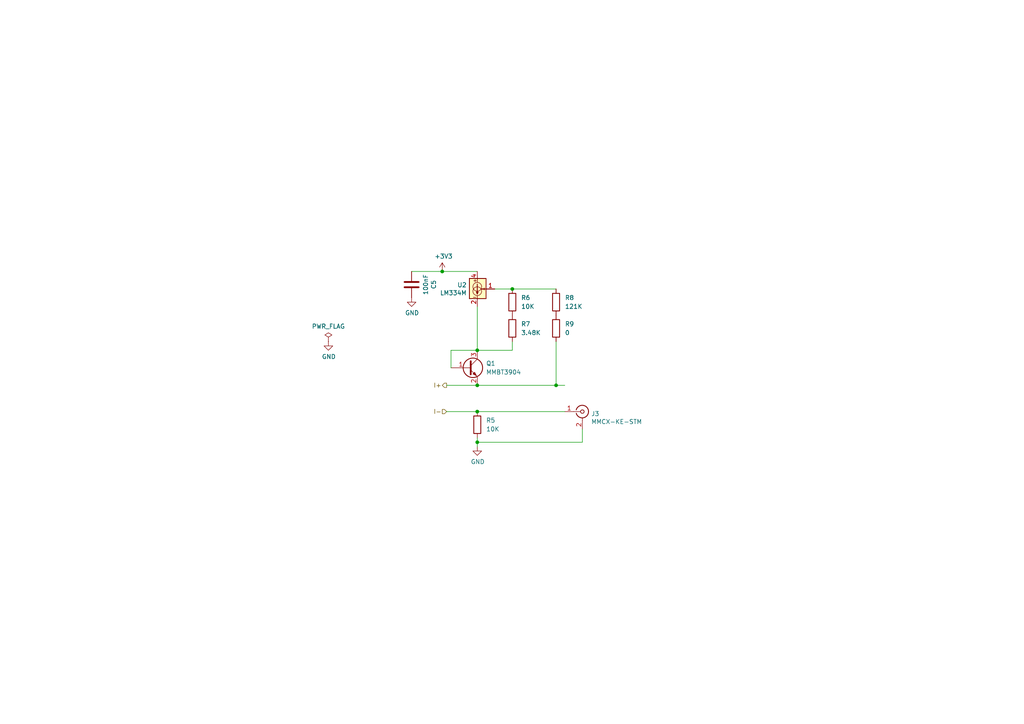
<source format=kicad_sch>
(kicad_sch (version 20211123) (generator eeschema)
  (paper "A4")
  (lib_symbols
    (symbol "0JLC-6:100nF" (pin_numbers hide) (pin_names (offset 0.254))
      (property "Reference" "C" (at 0.635 2.54 0))
      (property "Value" "100nF" (at 0.635 -2.54 0))
      (symbol "100nF_0_1"
        (polyline (pts (xy -2.032 -0.762) (xy 2.032 -0.762)) (stroke (width 0.508)))
        (polyline (pts (xy -2.032 0.762) (xy 2.032 0.762)) (stroke (width 0.508)))
      )
      (symbol "100nF_1_1"
        (pin passive line (at 0 3.81 270) (length 2.794) (name "~") (number "1"))
        (pin passive line (at 0 -3.81 90) (length 2.794) (name "~") (number "2"))
      )
    )
    (symbol "0JLC-6:MMCX-KE-STM" (pin_names (offset 1.016) hide)
      (property "Reference" "J" (at 0.254 3.048 0))
      (property "Value" "MMCX-KE-STM" (at 2.921 0 90))
      (symbol "MMCX-KE-STM_0_1"
        (arc (start -1.778 -0.508) (mid 0.2311 -1.8066) (end 1.778 0) (stroke (width 0.254)))
        (polyline (pts (xy -2.54 0) (xy -0.508 0)))
        (polyline (pts (xy 0 -2.54) (xy 0 -1.778)))
        (circle (center 0 0) (radius 0.508) (stroke (width 0.2032)))
        (arc (start 1.778 0) (mid 0.2099 1.8101) (end -1.778 0.508) (stroke (width 0.254)))
      )
      (symbol "MMCX-KE-STM_1_1"
        (pin passive line (at -5.08 0 0) (length 2.54) (name "In") (number "1"))
        (pin passive line (at 0 -5.08 90) (length 2.54) (name "Ext") (number "2"))
      )
    )
    (symbol "0JLC-6:R" (pin_numbers hide) (pin_names (offset 0))
      (property "Reference" "R" (at 2.032 0 90))
      (property "Value" "R" (at 0 0 90))
      (symbol "R_0_1"
        (rectangle (start -1.016 -2.54) (end 1.016 2.54) (stroke (width 0.254)))
      )
      (symbol "R_1_1"
        (pin passive line (at 0 3.81 270) (length 1.27) (name "~") (number "1"))
        (pin passive line (at 0 -3.81 90) (length 1.27) (name "~") (number "2"))
      )
    )
    (symbol "Reference_Current:LM334M"
      (property "Reference" "U" (at 0.635 6.35 0))
      (property "Value" "LM334M" (at 0.635 4.445 0))
      (symbol "LM334M_0_1"
        (rectangle (start -2.286 3.048) (end 2.54 -2.794) (stroke (width 0.254)) (fill (type background)))
        (circle (center 0 -0.635) (radius 1.27))
        (polyline (pts (xy -1.143 -2.413) (xy -0.381 -2.413)))
        (polyline (pts (xy -1.016 2.413) (xy -0.254 2.413)))
        (polyline (pts (xy -0.635 2.794) (xy -0.635 2.032)))
        (polyline (pts (xy 0 -1.905) (xy 0 -3.175)))
        (polyline (pts (xy 0 1.397) (xy 0 -1.397)) (stroke (width 0.254)))
        (polyline (pts (xy 0 3.81) (xy 0 1.905)))
        (polyline (pts (xy 5.08 0) (xy 1.27 0)))
        (polyline (pts (xy 0 -1.397) (xy -0.254 -0.889) (xy 0.254 -0.889) (xy 0 -1.397)) (stroke (width 0.254)))
        (polyline (pts (xy 1.27 0) (xy 2.159 0.254) (xy 2.159 -0.254) (xy 1.27 0)))
        (circle (center 0 0.635) (radius 1.27))
      )
      (symbol "LM334M_1_1"
        (pin passive line (at 5.08 0 180) (length 2.54) (name "~") (number "1"))
        (pin passive line (at 0 -5.08 90) (length 2.54) (name "~") (number "2"))
        (pin passive line (at 0 -5.08 90) (length 2.54) hide (name "~") (number "3"))
        (pin passive line (at 0 5.08 270) (length 2.54) (name "~") (number "4"))
        (pin passive line (at 0 -5.08 90) (length 2.54) hide (name "~") (number "6"))
        (pin passive line (at 0 -5.08 90) (length 2.54) hide (name "~") (number "7"))
      )
    )
    (symbol "Transistor_BJT:MMBT3904" (pin_names (offset 0) hide)
      (property "Reference" "Q" (at 5.08 1.905 0))
      (property "Value" "MMBT3904" (at 5.08 0 0))
      (symbol "MMBT3904_0_1"
        (polyline (pts (xy 0.635 0.635) (xy 2.54 2.54)))
        (polyline (pts (xy 0.635 -0.635) (xy 2.54 -2.54) (xy 2.54 -2.54)))
        (polyline (pts (xy 0.635 1.905) (xy 0.635 -1.905) (xy 0.635 -1.905)) (stroke (width 0.508)))
        (polyline (pts (xy 1.27 -1.778) (xy 1.778 -1.27) (xy 2.286 -2.286) (xy 1.27 -1.778) (xy 1.27 -1.778)) (fill (type outline)))
        (circle (center 1.27 0) (radius 2.8194) (stroke (width 0.254)))
      )
      (symbol "MMBT3904_1_1"
        (pin input line (at -5.08 0 0) (length 5.715) (name "B") (number "1"))
        (pin passive line (at 2.54 -5.08 90) (length 2.54) (name "E") (number "2"))
        (pin passive line (at 2.54 5.08 270) (length 2.54) (name "C") (number "3"))
      )
    )
    (symbol "power:+3.3V" (power) (pin_names (offset 0))
      (property "Value" "+3.3V" (at 0 3.556 0))
      (symbol "+3.3V_0_1"
        (polyline (pts (xy -0.762 1.27) (xy 0 2.54)))
        (polyline (pts (xy 0 0) (xy 0 2.54)))
        (polyline (pts (xy 0 2.54) (xy 0.762 1.27)))
      )
      (symbol "+3.3V_1_1"
        (pin power_in line (at 0 0 90) (length 0) hide (name "+3V3") (number "1"))
      )
    )
    (symbol "power:GND" (power) (pin_names (offset 0))
      (property "Value" "GND" (at 0 -3.81 0))
      (symbol "GND_0_1"
        (polyline (pts (xy 0 0) (xy 0 -1.27) (xy 1.27 -1.27) (xy 0 -2.54) (xy -1.27 -1.27) (xy 0 -1.27)))
      )
      (symbol "GND_1_1"
        (pin power_in line (at 0 0 270) (length 0) hide (name "GND") (number "1"))
      )
    )
    (symbol "power:PWR_FLAG" (power) (pin_numbers hide) (pin_names (offset 0) hide)
      (property "Value" "PWR_FLAG" (at 0 3.81 0))
      (symbol "PWR_FLAG_0_0"
        (pin power_out line (at 0 0 90) (length 0) (name "pwr") (number "1"))
      )
      (symbol "PWR_FLAG_0_1"
        (polyline (pts (xy 0 0) (xy 0 1.27) (xy -1.016 1.905) (xy 0 2.54) (xy 1.016 1.905) (xy 0 1.27)))
      )
    )
  )
  (junction (at 128.27 78.74))
  (junction (at 148.59 83.82))
  (junction (at 138.43 111.76))
  (junction (at 138.43 128.27))
  (junction (at 138.43 101.6))
  (junction (at 161.29 111.76))
  (junction (at 138.43 119.38))
  (wire (pts (xy 148.59 83.82) (xy 161.29 83.82)))
  (wire (pts (xy 143.51 83.82) (xy 148.59 83.82)))
  (wire (pts (xy 119.38 78.74) (xy 128.27 78.74)))
  (wire (pts (xy 168.91 128.27) (xy 168.91 124.46)))
  (wire (pts (xy 161.29 111.76) (xy 163.83 111.76)))
  (wire (pts (xy 129.54 111.76) (xy 138.43 111.76)))
  (wire (pts (xy 130.81 101.6) (xy 130.81 106.68)))
  (wire (pts (xy 138.43 111.76) (xy 161.29 111.76)))
  (wire (pts (xy 148.59 101.6) (xy 138.43 101.6)))
  (wire (pts (xy 138.43 128.27) (xy 168.91 128.27)))
  (wire (pts (xy 138.43 101.6) (xy 130.81 101.6)))
  (wire (pts (xy 138.43 88.9) (xy 138.43 101.6)))
  (wire (pts (xy 138.43 127) (xy 138.43 128.27)))
  (wire (pts (xy 129.54 119.38) (xy 138.43 119.38)))
  (wire (pts (xy 128.27 78.74) (xy 138.43 78.74)))
  (wire (pts (xy 138.43 128.27) (xy 138.43 129.54)))
  (wire (pts (xy 161.29 99.06) (xy 161.29 111.76)))
  (wire (pts (xy 138.43 119.38) (xy 163.83 119.38)))
  (wire (pts (xy 148.59 99.06) (xy 148.59 101.6)))
  (hierarchical_label "I+" (shape output) (at 129.54 111.76 180))
  (hierarchical_label "I-" (shape input) (at 129.54 119.38 180))
  (symbol (lib_id "power:GND") (at 95.25 99.06 0) (unit 1)
    (property "Reference" "#PWR09" (effects hide))
    (property "Value" "GND" (at 95.377 103.4542 0))
  )
  (symbol (lib_id "power:PWR_FLAG") (at 95.25 99.06 0) (unit 1)
    (property "Reference" "#FLG04" (effects hide))
    (property "Value" "PWR_FLAG" (at 95.25 94.6658 0))
  )
  (symbol (lib_id "Reference_Current:LM334M") (at 138.43 83.82 0) (unit 1)
    (property "Reference" "U2" (at 135.382 82.6516 0) (effects (justify right)))
    (property "Value" "LM334M" (at 135.382 84.963 0) (effects (justify right)))
    (property "Footprint" "Package_SO:SOIC-8_3.9x4.9mm_P1.27mm" (effects hide))
    (property "Datasheet" "http://www.ti.com/lit/ds/symlink/lm134.pdf" (effects hide))
    (property "LCSC" "C7945" (effects hide))
    (property "MPN" "LM334MX/NOPB" (effects hide))
  )
  (symbol (lib_id "power:+3.3V") (at 128.27 78.74 0) (unit 1)
    (property "Reference" "#PWR011" (effects hide))
    (property "Value" "+3.3V" (at 128.651 74.3458 0))
  )
  (symbol (lib_id "power:GND") (at 138.43 129.54 0) (unit 1)
    (property "Reference" "#PWR012" (effects hide))
    (property "Value" "GND" (at 138.557 133.9342 0))
  )
  (symbol (lib_id "0JLC-6:MMCX-KE-STM") (at 168.91 119.38 0) (unit 1)
    (property "Reference" "J3" (at 171.45 120.015 0) (effects (justify left)))
    (property "Value" "MMCX-KE-STM" (at 171.45 122.3264 0) (effects (justify left)))
    (property "Footprint" "0my_footprints6:MMCX-SMD_KH-MMCX-KE-STM" (effects hide))
    (property "Datasheet" " ~" (effects hide))
    (property "LCSC" "C2898970" (effects hide))
    (property "MPN" "KH-MMCX-KE-STM" (effects hide))
  )
  (symbol (lib_id "0JLC-6:100nF") (at 119.38 82.55 180) (unit 1)
    (property "Reference" "C5" (at 125.7808 82.55 90))
    (property "Value" "100nF" (at 123.4694 82.55 90))
    (property "Footprint" "Capacitor_SMD:C_0603_1608Metric_Pad1.08x0.95mm_HandSolder" (effects hide))
    (property "LCSC" "C14663" (effects hide))
    (property "MPN" "CC0603KRX7R9BB104" (effects hide))
  )
  (symbol (lib_id "power:GND") (at 119.38 86.36 0) (unit 1)
    (property "Reference" "#PWR010" (effects hide))
    (property "Value" "GND" (at 119.507 90.7542 0))
  )
  (symbol (lib_id "Transistor_BJT:MMBT3904") (at 135.89 106.68 0) (unit 1)
    (property "Reference" "Q1" (at 140.97 105.4099 0) (effects (justify left)))
    (property "Value" "MMBT3904" (at 140.97 107.9499 0) (effects (justify left)))
    (property "Footprint" "Package_TO_SOT_SMD:SOT-23" (effects hide))
    (property "Datasheet" "https://www.onsemi.com/pub/Collateral/2N3903-D.PDF" (effects hide))
  )
  (symbol (lib_id "0JLC-6:R") (at 138.43 123.19 0) (unit 1)
    (property "Reference" "R5" (at 140.97 121.9199 0) (effects (justify left)))
    (property "Value" "10K" (at 140.97 124.4599 0) (effects (justify left)))
    (property "Footprint" "Resistor_SMD:R_0603_1608Metric_Pad0.98x0.95mm_HandSolder" (effects hide))
    (property "LCSC" "C374378" (effects hide))
  )
  (symbol (lib_id "0JLC-6:R") (at 161.29 95.25 0) (unit 1)
    (property "Reference" "R9" (at 163.83 93.9799 0) (effects (justify left)))
    (property "Value" "0" (at 163.83 96.5199 0) (effects (justify left)))
    (property "Footprint" "Resistor_SMD:R_0603_1608Metric_Pad0.98x0.95mm_HandSolder" (effects hide))
    (property "LCSC" "C21189" (effects hide))
  )
  (symbol (lib_id "0JLC-6:R") (at 148.59 87.63 0) (unit 1)
    (property "Reference" "R6" (at 151.13 86.3599 0) (effects (justify left)))
    (property "Value" "10K" (at 151.13 88.8999 0) (effects (justify left)))
    (property "Footprint" "Resistor_SMD:R_0603_1608Metric_Pad0.98x0.95mm_HandSolder" (effects hide))
    (property "LCSC" "C374378" (effects hide))
  )
  (symbol (lib_id "0JLC-6:R") (at 148.59 95.25 0) (unit 1)
    (property "Reference" "R7" (at 151.13 93.9799 0) (effects (justify left)))
    (property "Value" "3.48K" (at 151.13 96.5199 0) (effects (justify left)))
    (property "Footprint" "Resistor_SMD:R_0402_1005Metric_Pad0.72x0.64mm_HandSolder" (effects hide))
    (property "LCSC" "C2692970" (effects hide))
  )
  (symbol (lib_id "0JLC-6:R") (at 161.29 87.63 0) (unit 1)
    (property "Reference" "R8" (at 163.83 86.3599 0) (effects (justify left)))
    (property "Value" "121K" (at 163.83 88.8999 0) (effects (justify left)))
    (property "Footprint" "Resistor_SMD:R_0603_1608Metric_Pad0.98x0.95mm_HandSolder" (effects hide))
    (property "LCSC" "C425388" (effects hide))
  )
)
</source>
